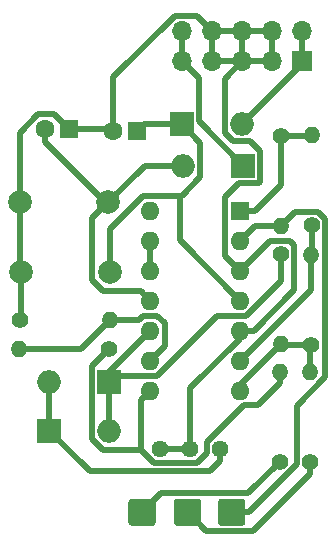
<source format=gbr>
%TF.GenerationSoftware,KiCad,Pcbnew,(5.1.8)-1*%
%TF.CreationDate,2022-07-04T09:23:06-07:00*%
%TF.ProjectId,clip-mix,636c6970-2d6d-4697-982e-6b696361645f,rev?*%
%TF.SameCoordinates,PX8d496f0PY5974640*%
%TF.FileFunction,Copper,L1,Top*%
%TF.FilePolarity,Positive*%
%FSLAX46Y46*%
G04 Gerber Fmt 4.6, Leading zero omitted, Abs format (unit mm)*
G04 Created by KiCad (PCBNEW (5.1.8)-1) date 2022-07-04 09:23:06*
%MOMM*%
%LPD*%
G01*
G04 APERTURE LIST*
%TA.AperFunction,ComponentPad*%
%ADD10O,1.600000X1.600000*%
%TD*%
%TA.AperFunction,ComponentPad*%
%ADD11R,1.600000X1.600000*%
%TD*%
%TA.AperFunction,ComponentPad*%
%ADD12C,1.440000*%
%TD*%
%TA.AperFunction,ComponentPad*%
%ADD13O,1.400000X1.400000*%
%TD*%
%TA.AperFunction,ComponentPad*%
%ADD14C,1.400000*%
%TD*%
%TA.AperFunction,ComponentPad*%
%ADD15O,1.700000X1.700000*%
%TD*%
%TA.AperFunction,ComponentPad*%
%ADD16R,1.700000X1.700000*%
%TD*%
%TA.AperFunction,ComponentPad*%
%ADD17O,2.000000X2.000000*%
%TD*%
%TA.AperFunction,ComponentPad*%
%ADD18R,2.000000X2.000000*%
%TD*%
%TA.AperFunction,ComponentPad*%
%ADD19C,2.000000*%
%TD*%
%TA.AperFunction,ComponentPad*%
%ADD20C,1.600000*%
%TD*%
%TA.AperFunction,Conductor*%
%ADD21C,0.500000*%
%TD*%
G04 APERTURE END LIST*
D10*
%TO.P,U1,14*%
%TO.N,Net-(U1-Pad14)*%
X12280000Y-16950000D03*
%TO.P,U1,7*%
%TO.N,Net-(R3-Pad1)*%
X19900000Y-32190000D03*
%TO.P,U1,13*%
%TO.N,Net-(U1-Pad12)*%
X12280000Y-19490000D03*
%TO.P,U1,6*%
%TO.N,Net-(R2-Pad1)*%
X19900000Y-29650000D03*
%TO.P,U1,12*%
%TO.N,Net-(U1-Pad12)*%
X12280000Y-22030000D03*
%TO.P,U1,5*%
%TO.N,Earth*%
X19900000Y-27110000D03*
%TO.P,U1,11*%
%TO.N,Net-(C2-Pad2)*%
X12280000Y-24570000D03*
%TO.P,U1,4*%
%TO.N,Net-(C1-Pad1)*%
X19900000Y-24570000D03*
%TO.P,U1,10*%
%TO.N,Net-(D1-Pad2)*%
X12280000Y-27110000D03*
%TO.P,U1,3*%
%TO.N,Earth*%
X19900000Y-22030000D03*
%TO.P,U1,9*%
%TO.N,Net-(R6-Pad2)*%
X12280000Y-29650000D03*
%TO.P,U1,2*%
%TO.N,Net-(J1-Pad1)*%
X19900000Y-19490000D03*
%TO.P,U1,8*%
%TO.N,Net-(R7-Pad1)*%
X12280000Y-32190000D03*
D11*
%TO.P,U1,1*%
%TO.N,Net-(R1-Pad1)*%
X19900000Y-16950000D03*
%TD*%
D12*
%TO.P,RV1,3*%
%TO.N,Net-(D1-Pad1)*%
X18230000Y-37150000D03*
%TO.P,RV1,2*%
%TO.N,Earth*%
X15690000Y-37150000D03*
%TO.P,RV1,1*%
X13150000Y-37150000D03*
%TD*%
D13*
%TO.P,R8,2*%
%TO.N,Net-(R7-Pad1)*%
X23250000Y-30580000D03*
D14*
%TO.P,R8,1*%
%TO.N,Net-(J3-Pad1)*%
X23250000Y-38200000D03*
%TD*%
D13*
%TO.P,R7,2*%
%TO.N,Net-(R6-Pad2)*%
X1200000Y-28650000D03*
D14*
%TO.P,R7,1*%
%TO.N,Net-(R7-Pad1)*%
X8820000Y-28650000D03*
%TD*%
D13*
%TO.P,R6,2*%
%TO.N,Net-(R6-Pad2)*%
X8870000Y-26200000D03*
D14*
%TO.P,R6,1*%
%TO.N,Earth*%
X1250000Y-26200000D03*
%TD*%
D13*
%TO.P,R5,2*%
%TO.N,Net-(R3-Pad1)*%
X25850000Y-30630000D03*
D14*
%TO.P,R5,1*%
%TO.N,Net-(J2-Pad1)*%
X25850000Y-38250000D03*
%TD*%
D13*
%TO.P,R4,2*%
%TO.N,Net-(R3-Pad1)*%
X23350000Y-28270000D03*
D14*
%TO.P,R4,1*%
%TO.N,Net-(D1-Pad2)*%
X23350000Y-20650000D03*
%TD*%
D13*
%TO.P,R3,2*%
%TO.N,Net-(R2-Pad1)*%
X25900000Y-20680000D03*
D14*
%TO.P,R3,1*%
%TO.N,Net-(R3-Pad1)*%
X25900000Y-28300000D03*
%TD*%
D13*
%TO.P,R2,2*%
%TO.N,Net-(R1-Pad1)*%
X25950000Y-10580000D03*
D14*
%TO.P,R2,1*%
%TO.N,Net-(R2-Pad1)*%
X25950000Y-18200000D03*
%TD*%
D13*
%TO.P,R1,2*%
%TO.N,Net-(J1-Pad1)*%
X23350000Y-18270000D03*
D14*
%TO.P,R1,1*%
%TO.N,Net-(R1-Pad1)*%
X23350000Y-10650000D03*
%TD*%
D15*
%TO.P,J4,10*%
%TO.N,-12V*%
X14990000Y-1760000D03*
%TO.P,J4,9*%
X14990000Y-4300000D03*
%TO.P,J4,8*%
%TO.N,Earth*%
X17530000Y-1760000D03*
%TO.P,J4,7*%
X17530000Y-4300000D03*
%TO.P,J4,6*%
X20070000Y-1760000D03*
%TO.P,J4,5*%
X20070000Y-4300000D03*
%TO.P,J4,4*%
X22610000Y-1760000D03*
%TO.P,J4,3*%
X22610000Y-4300000D03*
%TO.P,J4,2*%
%TO.N,+12v*%
X25150000Y-1760000D03*
D16*
%TO.P,J4,1*%
X25150000Y-4300000D03*
%TD*%
%TO.P,J3,1*%
%TO.N,Net-(J3-Pad1)*%
%TA.AperFunction,ComponentPad*%
G36*
G01*
X12750000Y-41599999D02*
X12750000Y-43400001D01*
G75*
G02*
X12500001Y-43650000I-249999J0D01*
G01*
X10699999Y-43650000D01*
G75*
G02*
X10450000Y-43400001I0J249999D01*
G01*
X10450000Y-41599999D01*
G75*
G02*
X10699999Y-41350000I249999J0D01*
G01*
X12500001Y-41350000D01*
G75*
G02*
X12750000Y-41599999I0J-249999D01*
G01*
G37*
%TD.AperFunction*%
%TD*%
%TO.P,J2,1*%
%TO.N,Net-(J2-Pad1)*%
%TA.AperFunction,ComponentPad*%
G36*
G01*
X16600000Y-41599999D02*
X16600000Y-43400001D01*
G75*
G02*
X16350001Y-43650000I-249999J0D01*
G01*
X14549999Y-43650000D01*
G75*
G02*
X14300000Y-43400001I0J249999D01*
G01*
X14300000Y-41599999D01*
G75*
G02*
X14549999Y-41350000I249999J0D01*
G01*
X16350001Y-41350000D01*
G75*
G02*
X16600000Y-41599999I0J-249999D01*
G01*
G37*
%TD.AperFunction*%
%TD*%
%TO.P,J1,1*%
%TO.N,Net-(J1-Pad1)*%
%TA.AperFunction,ComponentPad*%
G36*
G01*
X20350000Y-41599999D02*
X20350000Y-43400001D01*
G75*
G02*
X20100001Y-43650000I-249999J0D01*
G01*
X18299999Y-43650000D01*
G75*
G02*
X18050000Y-43400001I0J249999D01*
G01*
X18050000Y-41599999D01*
G75*
G02*
X18299999Y-41350000I249999J0D01*
G01*
X20100001Y-41350000D01*
G75*
G02*
X20350000Y-41599999I0J-249999D01*
G01*
G37*
%TD.AperFunction*%
%TD*%
D17*
%TO.P,D4,2*%
%TO.N,Net-(C2-Pad2)*%
X15070000Y-13150000D03*
D18*
%TO.P,D4,1*%
%TO.N,-12V*%
X20150000Y-13150000D03*
%TD*%
D17*
%TO.P,D3,2*%
%TO.N,+12v*%
X20030000Y-9650000D03*
D18*
%TO.P,D3,1*%
%TO.N,Net-(C1-Pad1)*%
X14950000Y-9650000D03*
%TD*%
D17*
%TO.P,D2,2*%
%TO.N,Net-(D1-Pad1)*%
X3720000Y-31500000D03*
D18*
%TO.P,D2,1*%
%TO.N,Net-(D1-Pad2)*%
X8800000Y-31500000D03*
%TD*%
D17*
%TO.P,D1,2*%
%TO.N,Net-(D1-Pad2)*%
X8830000Y-35600000D03*
D18*
%TO.P,D1,1*%
%TO.N,Net-(D1-Pad1)*%
X3750000Y-35600000D03*
%TD*%
D19*
%TO.P,C4,2*%
%TO.N,Net-(C2-Pad2)*%
X8750000Y-16250000D03*
%TO.P,C4,1*%
%TO.N,Earth*%
X1250000Y-16250000D03*
%TD*%
%TO.P,C3,2*%
%TO.N,Earth*%
X1350000Y-22150000D03*
%TO.P,C3,1*%
%TO.N,Net-(C1-Pad1)*%
X8850000Y-22150000D03*
%TD*%
D20*
%TO.P,C2,2*%
%TO.N,Net-(C2-Pad2)*%
X3400000Y-10050000D03*
D11*
%TO.P,C2,1*%
%TO.N,Earth*%
X5400000Y-10050000D03*
%TD*%
D20*
%TO.P,C1,2*%
%TO.N,Earth*%
X9150000Y-10250000D03*
D11*
%TO.P,C1,1*%
%TO.N,Net-(C1-Pad1)*%
X11150000Y-10250000D03*
%TD*%
D21*
%TO.N,Earth*%
X22610000Y-1760000D02*
X20070000Y-1760000D01*
X20070000Y-1760000D02*
X17530000Y-1760000D01*
X17530000Y-1760000D02*
X17530000Y-4300000D01*
X17530000Y-4300000D02*
X20070000Y-4300000D01*
X20070000Y-4300000D02*
X22610000Y-4300000D01*
X22610000Y-4300000D02*
X22610000Y-1760000D01*
X20070000Y-1760000D02*
X20070000Y-4300000D01*
X8950000Y-10050000D02*
X9150000Y-10250000D01*
X5400000Y-10050000D02*
X8950000Y-10050000D01*
X16229999Y-459999D02*
X17530000Y-1760000D01*
X14365999Y-459999D02*
X16229999Y-459999D01*
X9150000Y-5675998D02*
X14365999Y-459999D01*
X9150000Y-10250000D02*
X9150000Y-5675998D01*
X2799999Y-8799999D02*
X4149999Y-8799999D01*
X4149999Y-8799999D02*
X5400000Y-10050000D01*
X1250000Y-10349998D02*
X2799999Y-8799999D01*
X1250000Y-16250000D02*
X1250000Y-10349998D01*
X1250000Y-22050000D02*
X1350000Y-22150000D01*
X1250000Y-16250000D02*
X1250000Y-22050000D01*
X1350000Y-26100000D02*
X1250000Y-26200000D01*
X1350000Y-22150000D02*
X1350000Y-26100000D01*
X13150000Y-37150000D02*
X15690000Y-37150000D01*
X19900000Y-27799998D02*
X19900000Y-27110000D01*
X15690000Y-32009998D02*
X19900000Y-27799998D01*
X15690000Y-37150000D02*
X15690000Y-32009998D01*
X24500001Y-19900001D02*
X24500001Y-23649999D01*
X24099999Y-19499999D02*
X24500001Y-19900001D01*
X22430001Y-19499999D02*
X24099999Y-19499999D01*
X19900000Y-22030000D02*
X22430001Y-19499999D01*
X21040000Y-27110000D02*
X19900000Y-27110000D01*
X24500001Y-23649999D02*
X21040000Y-27110000D01*
X18579999Y-10346001D02*
X18579999Y-5790001D01*
X18579999Y-5790001D02*
X20070000Y-4300000D01*
X19333999Y-11100001D02*
X18579999Y-10346001D01*
X21600001Y-11950001D02*
X20750001Y-11100001D01*
X19839997Y-14600001D02*
X21510001Y-14600001D01*
X18649999Y-15789999D02*
X19839997Y-14600001D01*
X20750001Y-11100001D02*
X19333999Y-11100001D01*
X21510001Y-14600001D02*
X21600001Y-14510001D01*
X18649999Y-20779999D02*
X18649999Y-15789999D01*
X21600001Y-14510001D02*
X21600001Y-11950001D01*
X19900000Y-22030000D02*
X18649999Y-20779999D01*
%TO.N,Net-(C1-Pad1)*%
X11750000Y-9650000D02*
X11150000Y-10250000D01*
X14950000Y-9650000D02*
X11750000Y-9650000D01*
X8850000Y-18529998D02*
X8850000Y-22150000D01*
X11679999Y-15699999D02*
X8850000Y-18529998D01*
X16520001Y-14129999D02*
X14950001Y-15699999D01*
X16520001Y-11220001D02*
X16520001Y-14129999D01*
X14950000Y-9650000D02*
X16520001Y-11220001D01*
X14800001Y-19470001D02*
X14800001Y-15699999D01*
X19900000Y-24570000D02*
X14800001Y-19470001D01*
X14800001Y-15699999D02*
X11679999Y-15699999D01*
X14950001Y-15699999D02*
X14800001Y-15699999D01*
%TO.N,Net-(C2-Pad2)*%
X11850000Y-13150000D02*
X8750000Y-16250000D01*
X15070000Y-13150000D02*
X11850000Y-13150000D01*
X8468630Y-16250000D02*
X8750000Y-16250000D01*
X3400000Y-11181370D02*
X8468630Y-16250000D01*
X3400000Y-10050000D02*
X3400000Y-11181370D01*
X7399999Y-17600001D02*
X8750000Y-16250000D01*
X7399999Y-22846001D02*
X7399999Y-17600001D01*
X8323999Y-23770001D02*
X7399999Y-22846001D01*
X11480001Y-23770001D02*
X12280000Y-24570000D01*
X8323999Y-23770001D02*
X11480001Y-23770001D01*
%TO.N,Net-(D1-Pad2)*%
X8830000Y-31530000D02*
X8800000Y-31500000D01*
X8830000Y-35600000D02*
X8830000Y-31530000D01*
X23220001Y-20779999D02*
X23350000Y-20650000D01*
X8800000Y-30590000D02*
X12280000Y-27110000D01*
X8800000Y-31500000D02*
X8800000Y-30590000D01*
X9360001Y-30939999D02*
X8800000Y-31500000D01*
X12880001Y-30939999D02*
X9360001Y-30939999D01*
X17960001Y-25859999D02*
X12880001Y-30939999D01*
X20440001Y-25859999D02*
X17960001Y-25859999D01*
X23350000Y-22950000D02*
X20440001Y-25859999D01*
X23350000Y-20650000D02*
X23350000Y-22950000D01*
%TO.N,Net-(D1-Pad1)*%
X3750000Y-31530000D02*
X3720000Y-31500000D01*
X3750000Y-35600000D02*
X3750000Y-31530000D01*
X7170011Y-39020011D02*
X3750000Y-35600000D01*
X17378222Y-39020011D02*
X7170011Y-39020011D01*
X18230000Y-38168233D02*
X17378222Y-39020011D01*
X18230000Y-37150000D02*
X18230000Y-38168233D01*
%TO.N,Net-(J1-Pad1)*%
X19200000Y-42500000D02*
X19400001Y-42299999D01*
X27100001Y-31082001D02*
X27100001Y-17647999D01*
X19200000Y-42500000D02*
X20100011Y-41599989D01*
X24699999Y-33482003D02*
X27100001Y-31082001D01*
X24699999Y-38452003D02*
X24699999Y-33482003D01*
X20652002Y-42500000D02*
X24699999Y-38452003D01*
X19200000Y-42500000D02*
X20652002Y-42500000D01*
X24570001Y-17049999D02*
X23350000Y-18270000D01*
X26502001Y-17049999D02*
X24570001Y-17049999D01*
X27100001Y-17647999D02*
X26502001Y-17049999D01*
X21120000Y-18270000D02*
X23350000Y-18270000D01*
X19900000Y-19490000D02*
X21120000Y-18270000D01*
%TO.N,Net-(J2-Pad1)*%
X17050010Y-44100010D02*
X15450000Y-42500000D01*
X20989939Y-44100010D02*
X17050010Y-44100010D01*
X25850000Y-39239949D02*
X20989939Y-44100010D01*
X25850000Y-38250000D02*
X25850000Y-39239949D01*
%TO.N,Net-(J3-Pad1)*%
X20550019Y-40899981D02*
X23250000Y-38200000D01*
X13200019Y-40899981D02*
X20550019Y-40899981D01*
X11600000Y-42500000D02*
X13200019Y-40899981D01*
%TO.N,Net-(R1-Pad1)*%
X25880000Y-10650000D02*
X25950000Y-10580000D01*
X23350000Y-10650000D02*
X25880000Y-10650000D01*
X23350000Y-14800000D02*
X23350000Y-10650000D01*
X21200000Y-16950000D02*
X23350000Y-14800000D01*
X19900000Y-16950000D02*
X21200000Y-16950000D01*
%TO.N,Net-(R2-Pad1)*%
X25950000Y-20630000D02*
X25900000Y-20680000D01*
X25950000Y-18200000D02*
X25950000Y-20630000D01*
X25900000Y-23650000D02*
X25900000Y-20680000D01*
X19900000Y-29650000D02*
X25900000Y-23650000D01*
%TO.N,Net-(R3-Pad1)*%
X19900000Y-31920000D02*
X19900000Y-32190000D01*
X23380000Y-28300000D02*
X23350000Y-28270000D01*
X25900000Y-28300000D02*
X23380000Y-28300000D01*
X19900000Y-31720000D02*
X19900000Y-32190000D01*
X23350000Y-28270000D02*
X19900000Y-31720000D01*
X25850000Y-28350000D02*
X25900000Y-28300000D01*
X25850000Y-30630000D02*
X25850000Y-28350000D01*
%TO.N,Net-(R6-Pad2)*%
X6420000Y-28650000D02*
X8870000Y-26200000D01*
X1200000Y-28650000D02*
X6420000Y-28650000D01*
X8870000Y-26200000D02*
X8870000Y-26240000D01*
X13530001Y-28399999D02*
X12280000Y-29650000D01*
X13530001Y-26509999D02*
X13530001Y-28399999D01*
X12880001Y-25859999D02*
X13530001Y-26509999D01*
X11679999Y-25859999D02*
X12880001Y-25859999D01*
X11339998Y-26200000D02*
X11679999Y-25859999D01*
X8870000Y-26200000D02*
X11339998Y-26200000D01*
%TO.N,Net-(R7-Pad1)*%
X12280000Y-32190000D02*
X12280000Y-32110000D01*
X23250000Y-31569949D02*
X23250000Y-30580000D01*
X21379948Y-33440001D02*
X23250000Y-31569949D01*
X20208397Y-33440001D02*
X21379948Y-33440001D01*
X17059999Y-36588399D02*
X20208397Y-33440001D01*
X17059999Y-37511603D02*
X17059999Y-36588399D01*
X12588399Y-38320001D02*
X16251601Y-38320001D01*
X11480001Y-37211603D02*
X12588399Y-38320001D01*
X11480001Y-32989999D02*
X11480001Y-37211603D01*
X16251601Y-38320001D02*
X17059999Y-37511603D01*
X12280000Y-32190000D02*
X11480001Y-32989999D01*
X8295601Y-37211603D02*
X11480001Y-37211603D01*
X7349999Y-36266001D02*
X8295601Y-37211603D01*
X7349999Y-30120001D02*
X7349999Y-36266001D01*
X8820000Y-28650000D02*
X7349999Y-30120001D01*
%TO.N,Net-(U1-Pad12)*%
X12280000Y-22030000D02*
X12280000Y-19490000D01*
%TO.N,+12v*%
X25150000Y-4300000D02*
X25150000Y-1760000D01*
X25150000Y-4530000D02*
X20030000Y-9650000D01*
X25150000Y-4300000D02*
X25150000Y-4530000D01*
%TO.N,-12V*%
X14990000Y-1760000D02*
X14990000Y-4300000D01*
X16400001Y-9400001D02*
X20150000Y-13150000D01*
X16400001Y-5710001D02*
X16400001Y-9400001D01*
X14990000Y-4300000D02*
X16400001Y-5710001D01*
%TD*%
M02*

</source>
